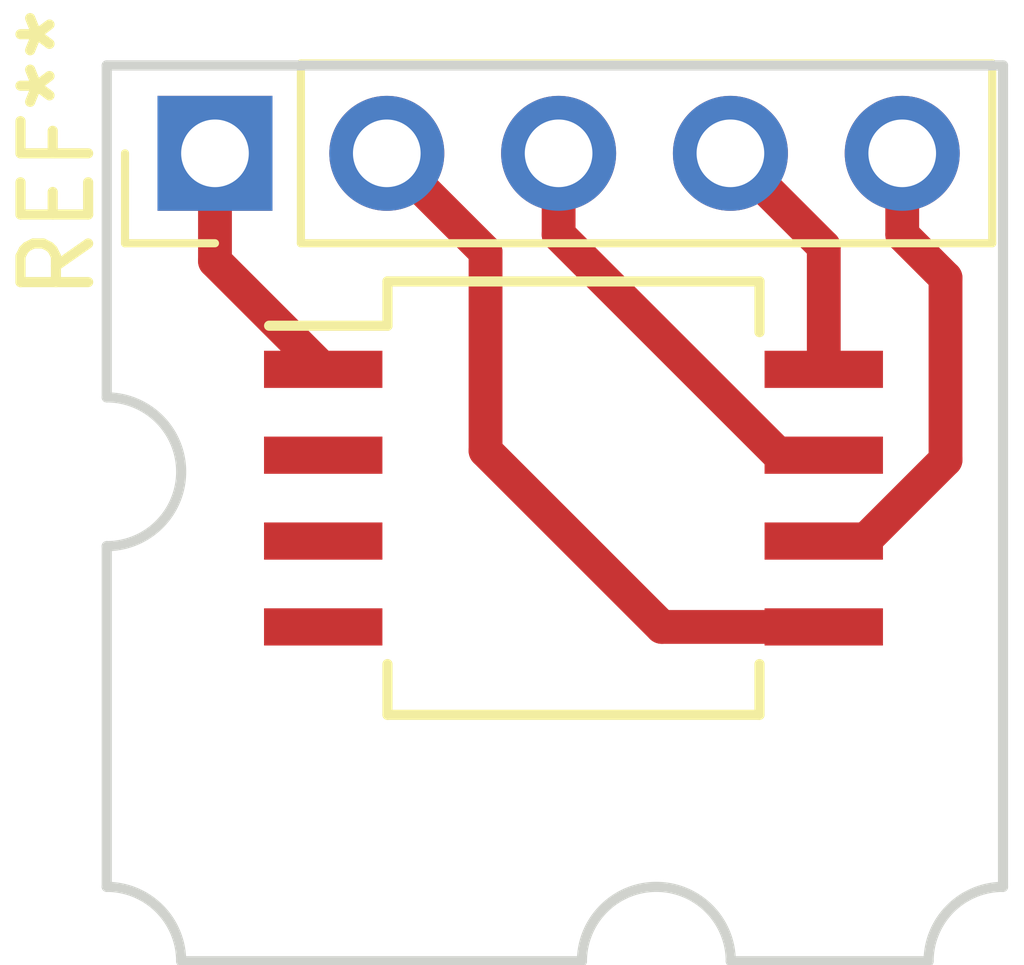
<source format=kicad_pcb>
(kicad_pcb (version 20171130) (host pcbnew 5.1.3-ffb9f22~84~ubuntu18.04.1)

  (general
    (thickness 1)
    (drawings 10)
    (tracks 16)
    (zones 0)
    (modules 2)
    (nets 11)
  )

  (page A4)
  (layers
    (0 F.Cu signal)
    (31 B.Cu signal)
    (32 B.Adhes user)
    (33 F.Adhes user)
    (34 B.Paste user)
    (35 F.Paste user)
    (36 B.SilkS user)
    (37 F.SilkS user)
    (38 B.Mask user)
    (39 F.Mask user)
    (40 Dwgs.User user hide)
    (41 Cmts.User user)
    (42 Eco1.User user)
    (43 Eco2.User user)
    (44 Edge.Cuts user)
    (45 Margin user)
    (46 B.CrtYd user)
    (47 F.CrtYd user)
    (48 B.Fab user hide)
    (49 F.Fab user hide)
  )

  (setup
    (last_trace_width 0.5)
    (trace_clearance 0.1524)
    (zone_clearance 0.1524)
    (zone_45_only no)
    (trace_min 0.1524)
    (via_size 0.8)
    (via_drill 0.4)
    (via_min_size 0.4)
    (via_min_drill 0.3)
    (uvia_size 0.3)
    (uvia_drill 0.1)
    (uvias_allowed no)
    (uvia_min_size 0.2)
    (uvia_min_drill 0.1)
    (edge_width 0.15)
    (segment_width 0.2)
    (pcb_text_width 0.3)
    (pcb_text_size 1.5 1.5)
    (mod_edge_width 0.15)
    (mod_text_size 1 1)
    (mod_text_width 0.15)
    (pad_size 1.7 1.7)
    (pad_drill 1)
    (pad_to_mask_clearance 0.2)
    (aux_axis_origin 130.875 80.1)
    (grid_origin 130.875 80.1)
    (visible_elements 7FFFFF7F)
    (pcbplotparams
      (layerselection 0x010fc_ffffffff)
      (usegerberextensions true)
      (usegerberattributes false)
      (usegerberadvancedattributes false)
      (creategerberjobfile false)
      (excludeedgelayer true)
      (linewidth 0.100000)
      (plotframeref false)
      (viasonmask false)
      (mode 1)
      (useauxorigin false)
      (hpglpennumber 1)
      (hpglpenspeed 20)
      (hpglpendiameter 15.000000)
      (psnegative false)
      (psa4output false)
      (plotreference true)
      (plotvalue false)
      (plotinvisibletext false)
      (padsonsilk false)
      (subtractmaskfromsilk false)
      (outputformat 1)
      (mirror false)
      (drillshape 0)
      (scaleselection 1)
      (outputdirectory "grb"))
  )

  (net 0 "")
  (net 1 +5V)
  (net 2 GND)
  (net 3 /GND)
  (net 4 /VDD)
  (net 5 /IFA)
  (net 6 /IFB)
  (net 7 /IFC)
  (net 8 /DATA)
  (net 9 /CSQ)
  (net 10 /SCK)

  (net_class Default "This is the default net class."
    (clearance 0.1524)
    (trace_width 0.5)
    (via_dia 0.8)
    (via_drill 0.4)
    (uvia_dia 0.3)
    (uvia_drill 0.1)
    (add_net /CSQ)
    (add_net /DATA)
    (add_net /GND)
    (add_net /IFA)
    (add_net /IFB)
    (add_net /IFC)
    (add_net /SCK)
    (add_net /VDD)
  )

  (net_class PWR ""
    (clearance 0.1524)
    (trace_width 0.254)
    (via_dia 0.8)
    (via_drill 0.4)
    (uvia_dia 0.3)
    (uvia_drill 0.1)
  )

  (module Connector_PinHeader_2.54mm:PinHeader_1x05_P2.54mm_Vertical (layer F.Cu) (tedit 5D3EC009) (tstamp 5D3F128C)
    (at 11.575 11.3 90)
    (descr "Through hole straight pin header, 1x05, 2.54mm pitch, single row")
    (tags "Through hole pin header THT 1x05 2.54mm single row")
    (fp_text reference REF** (at 0 -2.33 90) (layer F.SilkS)
      (effects (font (size 1 1) (thickness 0.15)))
    )
    (fp_text value PinHeader_1x05_P2.54mm_Vertical (at 0 12.49 90) (layer F.Fab)
      (effects (font (size 1 1) (thickness 0.15)))
    )
    (fp_text user %R (at 0 5.08) (layer F.Fab)
      (effects (font (size 1 1) (thickness 0.15)))
    )
    (fp_line (start 1.8 -1.8) (end -1.8 -1.8) (layer F.CrtYd) (width 0.05))
    (fp_line (start 1.8 11.95) (end 1.8 -1.8) (layer F.CrtYd) (width 0.05))
    (fp_line (start -1.8 11.95) (end 1.8 11.95) (layer F.CrtYd) (width 0.05))
    (fp_line (start -1.8 -1.8) (end -1.8 11.95) (layer F.CrtYd) (width 0.05))
    (fp_line (start -1.33 -1.33) (end 0 -1.33) (layer F.SilkS) (width 0.12))
    (fp_line (start -1.33 0) (end -1.33 -1.33) (layer F.SilkS) (width 0.12))
    (fp_line (start -1.33 1.27) (end 1.33 1.27) (layer F.SilkS) (width 0.12))
    (fp_line (start 1.33 1.27) (end 1.33 11.49) (layer F.SilkS) (width 0.12))
    (fp_line (start -1.33 1.27) (end -1.33 11.49) (layer F.SilkS) (width 0.12))
    (fp_line (start -1.33 11.49) (end 1.33 11.49) (layer F.SilkS) (width 0.12))
    (fp_line (start -1.27 -0.635) (end -0.635 -1.27) (layer F.Fab) (width 0.1))
    (fp_line (start -1.27 11.43) (end -1.27 -0.635) (layer F.Fab) (width 0.1))
    (fp_line (start 1.27 11.43) (end -1.27 11.43) (layer F.Fab) (width 0.1))
    (fp_line (start 1.27 -1.27) (end 1.27 11.43) (layer F.Fab) (width 0.1))
    (fp_line (start -0.635 -1.27) (end 1.27 -1.27) (layer F.Fab) (width 0.1))
    (pad 5 thru_hole oval (at 0 10.16 90) (size 1.7 1.7) (drill 1) (layers *.Cu *.Mask)
      (net 4 /VDD))
    (pad 4 thru_hole oval (at 0 7.62 90) (size 1.7 1.7) (drill 1) (layers *.Cu *.Mask)
      (net 6 /IFB))
    (pad 3 thru_hole oval (at 0 5.08 90) (size 1.7 1.7) (drill 1) (layers *.Cu *.Mask)
      (net 3 /GND))
    (pad 2 thru_hole oval (at 0 2.54 90) (size 1.7 1.7) (drill 1) (layers *.Cu *.Mask)
      (net 5 /IFA))
    (pad 1 thru_hole rect (at 0 0 90) (size 1.7 1.7) (drill 1) (layers *.Cu *.Mask)
      (net 7 /IFC))
    (model ${KISYS3DMOD}/Connector_PinHeader_2.54mm.3dshapes/PinHeader_1x05_P2.54mm_Vertical.wrl
      (at (xyz 0 0 0))
      (scale (xyz 1 1 1))
      (rotate (xyz 0 0 0))
    )
  )

  (module Package_SO:SO-8_5.3x6.2mm_P1.27mm (layer F.Cu) (tedit 5A02F2D3) (tstamp 5D39C21E)
    (at 16.875 16.4)
    (descr "8-Lead Plastic Small Outline, 5.3x6.2mm Body (http://www.ti.com.cn/cn/lit/ds/symlink/tl7705a.pdf)")
    (tags "SOIC 1.27")
    (path /5D38797F)
    (attr smd)
    (fp_text reference U1 (at 0 -4.13) (layer F.SilkS) hide
      (effects (font (size 1 1) (thickness 0.15)))
    )
    (fp_text value TLI5012B (at 0 4.13) (layer F.Fab)
      (effects (font (size 1 1) (thickness 0.15)))
    )
    (fp_text user %R (at 0 0) (layer F.Fab)
      (effects (font (size 1 1) (thickness 0.15)))
    )
    (fp_line (start -1.65 -3.1) (end 2.65 -3.1) (layer F.Fab) (width 0.15))
    (fp_line (start 2.65 -3.1) (end 2.65 3.1) (layer F.Fab) (width 0.15))
    (fp_line (start 2.65 3.1) (end -2.65 3.1) (layer F.Fab) (width 0.15))
    (fp_line (start -2.65 3.1) (end -2.65 -2.1) (layer F.Fab) (width 0.15))
    (fp_line (start -2.65 -2.1) (end -1.65 -3.1) (layer F.Fab) (width 0.15))
    (fp_line (start -4.83 -3.35) (end -4.83 3.35) (layer F.CrtYd) (width 0.05))
    (fp_line (start 4.83 -3.35) (end 4.83 3.35) (layer F.CrtYd) (width 0.05))
    (fp_line (start -4.83 -3.35) (end 4.83 -3.35) (layer F.CrtYd) (width 0.05))
    (fp_line (start -4.83 3.35) (end 4.83 3.35) (layer F.CrtYd) (width 0.05))
    (fp_line (start -2.75 -3.205) (end -2.75 -2.55) (layer F.SilkS) (width 0.15))
    (fp_line (start 2.75 -3.205) (end 2.75 -2.455) (layer F.SilkS) (width 0.15))
    (fp_line (start 2.75 3.205) (end 2.75 2.455) (layer F.SilkS) (width 0.15))
    (fp_line (start -2.75 3.205) (end -2.75 2.455) (layer F.SilkS) (width 0.15))
    (fp_line (start -2.75 -3.205) (end 2.75 -3.205) (layer F.SilkS) (width 0.15))
    (fp_line (start -2.75 3.205) (end 2.75 3.205) (layer F.SilkS) (width 0.15))
    (fp_line (start -2.75 -2.55) (end -4.5 -2.55) (layer F.SilkS) (width 0.15))
    (pad 1 smd rect (at -3.7 -1.905) (size 1.75 0.55) (layers F.Cu F.Paste F.Mask)
      (net 7 /IFC))
    (pad 2 smd rect (at -3.7 -0.635) (size 1.75 0.55) (layers F.Cu F.Paste F.Mask)
      (net 10 /SCK))
    (pad 3 smd rect (at -3.7 0.635) (size 1.75 0.55) (layers F.Cu F.Paste F.Mask)
      (net 9 /CSQ))
    (pad 4 smd rect (at -3.7 1.905) (size 1.75 0.55) (layers F.Cu F.Paste F.Mask)
      (net 8 /DATA))
    (pad 5 smd rect (at 3.7 1.905) (size 1.75 0.55) (layers F.Cu F.Paste F.Mask)
      (net 5 /IFA))
    (pad 6 smd rect (at 3.7 0.635) (size 1.75 0.55) (layers F.Cu F.Paste F.Mask)
      (net 4 /VDD))
    (pad 7 smd rect (at 3.7 -0.635) (size 1.75 0.55) (layers F.Cu F.Paste F.Mask)
      (net 3 /GND))
    (pad 8 smd rect (at 3.7 -1.905) (size 1.75 0.55) (layers F.Cu F.Paste F.Mask)
      (net 6 /IFB))
    (model ${KISYS3DMOD}/Package_SO.3dshapes/SO-8_5.3x6.2mm_P1.27mm.wrl
      (at (xyz 0 0 0))
      (scale (xyz 1 1 1))
      (rotate (xyz 0 0 0))
    )
  )

  (gr_arc (start 9.975 16.01) (end 9.975 14.91) (angle 180) (layer Edge.Cuts) (width 0.15) (tstamp 5B9FA8D2))
  (gr_line (start 9.975 10) (end 9.975 14.91) (angle 90) (layer Edge.Cuts) (width 0.15) (tstamp 5B9FA8D1))
  (gr_arc (start 23.225 23.25) (end 22.125 23.25) (angle 90) (layer Edge.Cuts) (width 0.15) (tstamp 5B9FA8D0))
  (gr_arc (start 18.1 23.25) (end 17 23.25) (angle 180) (layer Edge.Cuts) (width 0.15) (tstamp 5B9FA8CF))
  (gr_line (start 22.125 23.25) (end 19.2 23.25) (angle 90) (layer Edge.Cuts) (width 0.15) (tstamp 5B9FA8CE))
  (gr_line (start 9.975 10) (end 23.225 10) (angle 90) (layer Edge.Cuts) (width 0.15) (tstamp 5B9FA8CD))
  (gr_line (start 23.225 10) (end 23.225 22.15) (angle 90) (layer Edge.Cuts) (width 0.15) (tstamp 5B9FA8CC))
  (gr_line (start 17 23.25) (end 11.075 23.25) (angle 90) (layer Edge.Cuts) (width 0.15) (tstamp 5B9FA8CB))
  (gr_line (start 9.975 22.15) (end 9.975 17.11) (angle 90) (layer Edge.Cuts) (width 0.15) (tstamp 5B9FA8CA))
  (gr_arc (start 9.975 23.25) (end 9.975 22.15) (angle 90) (layer Edge.Cuts) (width 0.15) (tstamp 5B9FA8C9))

  (segment (start 19.917919 15.765) (end 20.575 15.765) (width 0.5) (layer F.Cu) (net 3))
  (segment (start 16.655 12.502081) (end 19.917919 15.765) (width 0.5) (layer F.Cu) (net 3))
  (segment (start 16.655 11.3) (end 16.655 12.502081) (width 0.5) (layer F.Cu) (net 3))
  (segment (start 21.735 12.502081) (end 22.375 13.142081) (width 0.5) (layer F.Cu) (net 4))
  (segment (start 21.735 11.3) (end 21.735 12.502081) (width 0.5) (layer F.Cu) (net 4))
  (segment (start 22.375 13.142081) (end 22.375 15.835) (width 0.5) (layer F.Cu) (net 4))
  (segment (start 21.175 17.035) (end 20.575 17.035) (width 0.5) (layer F.Cu) (net 4))
  (segment (start 22.375 15.835) (end 21.175 17.035) (width 0.5) (layer F.Cu) (net 4))
  (segment (start 20.575 18.305) (end 18.18 18.305) (width 0.5) (layer F.Cu) (net 5))
  (segment (start 18.18 18.305) (end 15.575 15.7) (width 0.5) (layer F.Cu) (net 5))
  (segment (start 15.575 12.76) (end 14.115 11.3) (width 0.5) (layer F.Cu) (net 5))
  (segment (start 15.575 15.7) (end 15.575 12.76) (width 0.5) (layer F.Cu) (net 5))
  (segment (start 20.575 12.68) (end 19.195 11.3) (width 0.5) (layer F.Cu) (net 6))
  (segment (start 20.575 14.495) (end 20.575 12.68) (width 0.5) (layer F.Cu) (net 6))
  (segment (start 11.575 12.895) (end 13.175 14.495) (width 0.5) (layer F.Cu) (net 7))
  (segment (start 11.575 11.3) (end 11.575 12.895) (width 0.5) (layer F.Cu) (net 7))

  (zone (net 1) (net_name +5V) (layer F.Cu) (tstamp 0) (hatch edge 0.508)
    (connect_pads (clearance 0.1524))
    (min_thickness 0.2032)
    (fill yes (arc_segments 16) (thermal_gap 0.254) (thermal_bridge_width 0.3048))
    (polygon
      (pts
        (xy 9.975 10) (xy 23.225 10) (xy 23.225 23.25) (xy 9.975 23.25)
      )
    )
  )
  (zone (net 2) (net_name GND) (layer B.Cu) (tstamp 0) (hatch edge 0.508)
    (connect_pads (clearance 0.1524))
    (min_thickness 0.2032)
    (fill yes (arc_segments 16) (thermal_gap 0.254) (thermal_bridge_width 0.3048))
    (polygon
      (pts
        (xy 9.975 10) (xy 23.225 10) (xy 23.225 23.25) (xy 9.975 23.25)
      )
    )
  )
)

</source>
